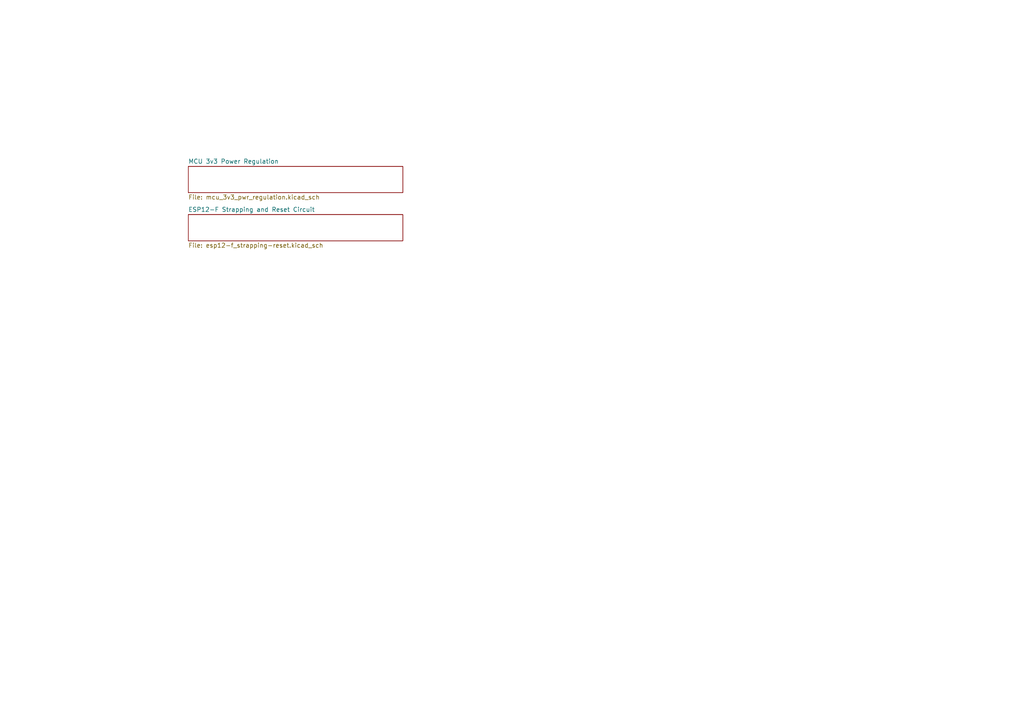
<source format=kicad_sch>
(kicad_sch (version 20230121) (generator eeschema)
  (paper "A4")
  (title_block (company "chof.org"))
  (lib_symbols)
  (sheet (at 54.61 62.23) (size 62.23 7.62) (stroke (width 0.1524))
    (property "Sheetname" "ESP12-F Strapping and Reset Circuit" (at 54.61 61.5184 0) (effects (justify left bottom)))
    (property "Sheetfile" "esp12-f_strapping-reset.kicad_sch" (at 54.61 70.4346 0) (effects (justify left top)))
    (property "Title" "ESP12-F Strapping and Reset Circuit" (effects hide))
  )
  (sheet (at 54.61 48.26) (size 62.23 7.62) (stroke (width 0.1524))
    (property "Sheetname" "MCU 3v3 Power Regulation" (at 54.61 47.5484 0) (effects (justify left bottom)))
    (property "Sheetfile" "mcu_3v3_pwr_regulation.kicad_sch" (at 54.61 56.4646 0) (effects (justify left top)))
  )
)
</source>
